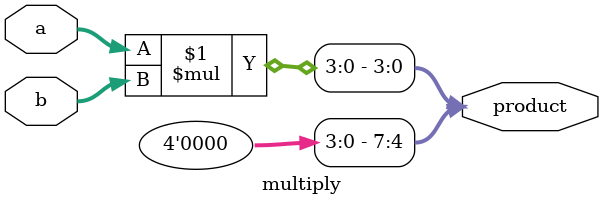
<source format=v>
module lab3part2(SW, KEY, LEDR, HEX0, HEX2, HEX4, HEX5, HEX1, HEX3);
	input [3:0]KEY;		// KEY[0] as clock, KEY[3:1] as ALU function input
	input [9:0]SW;			// use [3:0] as Data input, SW[9] as Reset_b
	output reg [7:0]LEDR;	// output of ALU & register in binary

	wire [4:0]rippleout;
	wire [4:0]sumout;
	wire [7:0]xorabout;
	wire [7:0]sigabout;
	wire singleorout;
	wire singleandout;
	wire [3:0]leftshiftout;
	wire [3:0]rightshiftout;
	wire [7:0]productout;

	output [0:6]HEX0;		// displays the hex value of Data (SW[3:0])
	output [0:6]HEX1;		// set to 0 or blank
	output [0:6]HEX2;		// set to 0 or blank
	output [0:6]HEX3;		// set to 0 or blank
	output [0:6]HEX4;		// least-significant 4 bits of Register
	output [0:6]HEX5;		// most-significant 4 bits of Register

	
	// results of all parts of ALU
	ripplecarry4bit a(.a(SW[7:4]), .b(LEDR[3:0]), .cin(SW[8]), .s(rippleout[3:0]), .cout(rippleout[4]));
	add b(.a(SW[7:4]), .b(LEDR[3:0]), .sum(sumout[4:0]));
	xorab c(.a(SW[7:4]), .b(LEDR[3:0]), .out(xorabout[7:0]));
	singleor d(.a(SW[7:4]), .b(LEDR[3:0]), .out(singleorout));
	singleand e(.a(SW[7:4]), .b(LEDR[3:0]), .out(singleandout));
	//sigab f(.a(SW[7:4]), .b(LEDR[3:0]), .out(sigabout[7:0]));

	leftshift f(.a(SW[7:4]), .b(LEDR[3:0]), .out(leftshiftout[3:0]));
	rightshift g(.a(SW[7:4]), .b(LEDR[3:0]), .out(rightshiftout[3:0]));
	multiply h(.a(SW[7:4]), .b(LEDR[3:0]), .product(productout[7:0]));

	// HEX0 displays the value of the input SW[3:0]
	hex h0(.in(SW[3:0]), .out(HEX0[0:6]));
	// set HEX1, HEX2 and HEX3 to 0 or blank
	hex h2(.in(4'b0000), .out(HEX2[0:6]));
	hex h1(.in(4'b0000), .out(HEX1[0:6]));
	hex h3(.in(4'b0000), .out(HEX3[0:6]));


	always@(*)
	begin
		case(KEY[3:1])
		// 2016: just load A into LEDR[7:4], B -> LEDR[3:0]
			0: begin		// A+B using adder from Lab 2 part 2, output is 5 bits
				LEDR[4:0]= rippleout[4:0];
				LEDR[7:5]=0;
				end
			1: begin		// A+B using the + operator
				LEDR[4:0]= sumout[4:0];
				LEDR[7:5]=0;
				end
			2: begin		// A XOR B and A OR B
				LEDR[7:0]= xorabout[7:0];
				end
			3: begin 	// return 1 if not 0 with one OR
				LEDR[0]= singleorout;
				LEDR[7:1]=0;
				end
			4: begin 	// check if all ones with one AND
				LEDR[0]= singleandout;
				LEDR[7:1]=0;
				end
			5: begin		// left shift B by A bits
				LEDR[3:0] = leftshiftout[3:0];
				LEDR[7:4] = 0;
				end
			6: begin		// right shift B by A bits (logical shift >>)
				LEDR[3:0] = rightshiftout[3:0];
				LEDR[7:4] = 0;
				end
			7: begin
				LEDR[7:0] = productout[7:0];
				end
			default: LEDR[7:0]=7'b0000000;
		endcase
		case(KEY[0])
			0:
			begin
					LEDR[7:0] = 0;
				end
			1:
				 begin
					LEDR[7:0]= LEDR[7:0];
				end
			default: LEDR[7:0]=0;
		endcase
	end

	// display output of the output
	hex h4(.in(LEDR[3:0]), .out(HEX4[0:6]));
	hex h5(.in(LEDR[7:4]), .out(HEX5[0:6]));
endmodule








// ================================================
// ==============MODULES===========================
// ================================================
// ripplecarry4bit input
module ripplecarry4bit(a,b,cin,s,cout);
	input [3:0]a;
	input [3:0]b;
	input cin;
	wire w1,w2,w3;
	output [3:0]s;
	output cout;

	// series of full adders
	fa add0(.a(a[0]), .b(b[0]), .cin(cin), .s(s[0]), .cout(w1));
	fa add1(.a(a[1]), .b(b[1]), .cin(w1), .s(s[1]), .cout(w2));
	fa add2(.a(a[2]), .b(b[2]), .cin(w2), .s(s[2]), .cout(w3));
	fa add3(.a(a[3]), .b(b[3]), .cin(w3), .s(s[3]), .cout(cout));
endmodule

// full adder module
module fa(a,b,cin,s,cout);
	input a, b, cin;
	output s, cout;

	assign s= a^b^cin;
	assign cout= (b&a) | (a&cin) | (b&cin);
endmodule

// convert signals into a hex display
module hex(out,in);
	input [3:0]in;
	output reg [0:6]out;
	always@(in)
		case(in)
			0 : out=7'b0000001;
			1 : out=7'b1001111;
			2 : out=7'b0010010;
			3 : out=7'b0000110;
			4 : out=7'b1001100;
			5 : out=7'b0100100;
			6 : out=7'b0100000;
			7 : out=7'b0001111;
			8 : out=7'b0000000;
			9 : out=7'b0000100;
			10 : out=7'b0001000;
			11 : out=7'b1100000;
			12 : out=7'b0110001;
			13 : out=7'b1000010;
			14 : out=7'b0110000;
			15 : out=7'b0111000;
			default: out=7'b0000000;
		endcase
endmodule

module add(a, b, sum);
	input [3:0]a;
	input [3:0]b;
	output [4:0] sum;

	assign sum= a+b;
endmodule

module xorab(a,b,out);
	input [3:0]a;
	input[3:0]b;
	output [7:0]out;

	assign out1= a^b;
	assign out2= a|b;

	assign out= {a|b, a^b};
endmodule

module singleor(a,b,out);
	input [3:0]a;
	input [3:0]b;
	output out;

	assign out= |{b,a};
endmodule

module singleand(a,b,out);
	input [3:0]a;
	input [3:0]b;
	output out;

	assign out= &{b,a};
endmodule

// Case 5
module leftshift(a, b, out);
	input [3:0]a;
	input [3:0]b;
	output [3:0]out;

	assign out = a <<< b;
endmodule

// Case 6
module rightshift(a, b, out);
	input [3:0]a;
	input [3:0]b;
	output [3:0]out;

	assign out = a >> b;
endmodule

// multiply for the ALU's case 7
module multiply(a, b, product);
	input [3:0]a;
	input [3:0]b;
	output [7:0] product;

	assign product[3:0]= a*b;
	assign product[7:4] = 0;
endmodule

</source>
